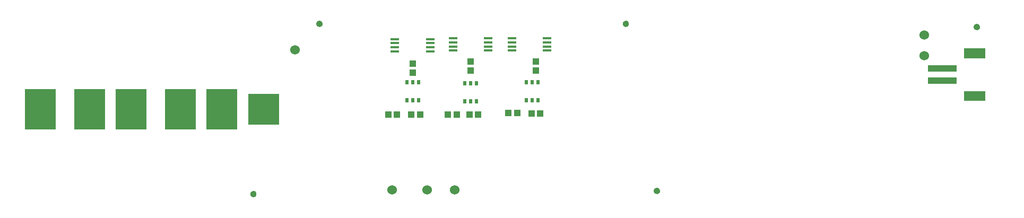
<source format=gtp>
G04 Layer: TopPasteMaskLayer*
G04 EasyEDA v6.4.19.5, 2021-06-29T13:46:12+12:00*
G04 3cc3b40c68de4bce97ec9925422c83c7,12af84a47dbc45c89479b689871b34a7,10*
G04 Gerber Generator version 0.2*
G04 Scale: 100 percent, Rotated: No, Reflected: No *
G04 Dimensions in millimeters *
G04 leading zeros omitted , absolute positions ,4 integer and 5 decimal *
%FSLAX45Y45*%
%MOMM*%

%ADD16R,5.0000X6.4000*%
%ADD17R,5.0000X5.0000*%
%ADD18C,1.5240*%
%ADD19R,1.0000X1.1000*%
%ADD20R,0.5105X0.8001*%
%ADD21R,1.4500X0.3500*%
%ADD22R,1.1000X1.0000*%
%ADD23R,4.5999X1.0008*%

%LPD*%
D16*
G01*
X265671Y-1503984D03*
G01*
X1713471Y-1502587D03*
G01*
X1053071Y-1502587D03*
G01*
X2500871Y-1502587D03*
G01*
X3161271Y-1502587D03*
D17*
G01*
X3835463Y-1507997D03*
G36*
X10059162Y-2806700D02*
G01*
X10059543Y-2800680D01*
X10060635Y-2794736D01*
X10062413Y-2788970D01*
X10064902Y-2783459D01*
X10068026Y-2778302D01*
X10071735Y-2773553D01*
X10076002Y-2769285D01*
X10080777Y-2765552D01*
X10085933Y-2762427D01*
X10091445Y-2759963D01*
X10097211Y-2758160D01*
X10103154Y-2757068D01*
X10109174Y-2756712D01*
X10115194Y-2757068D01*
X10121137Y-2758160D01*
X10126903Y-2759963D01*
X10132415Y-2762427D01*
X10137571Y-2765552D01*
X10142321Y-2769285D01*
X10146588Y-2773553D01*
X10150322Y-2778302D01*
X10153446Y-2783459D01*
X10155910Y-2788970D01*
X10157714Y-2794736D01*
X10158806Y-2800680D01*
X10159161Y-2806700D01*
X10158806Y-2812719D01*
X10157714Y-2818663D01*
X10155910Y-2824429D01*
X10153446Y-2829940D01*
X10150322Y-2835097D01*
X10146588Y-2839846D01*
X10142321Y-2844139D01*
X10137571Y-2847847D01*
X10132415Y-2850972D01*
X10126903Y-2853461D01*
X10121137Y-2855239D01*
X10115194Y-2856331D01*
X10109174Y-2856712D01*
X10103154Y-2856331D01*
X10097211Y-2855239D01*
X10091445Y-2853461D01*
X10085933Y-2850972D01*
X10080777Y-2847847D01*
X10076002Y-2844139D01*
X10071735Y-2839846D01*
X10068026Y-2835097D01*
X10064902Y-2829940D01*
X10062413Y-2824429D01*
X10060635Y-2818663D01*
X10059543Y-2812719D01*
G37*
G36*
X4674374Y-139700D02*
G01*
X4674755Y-133680D01*
X4675847Y-127736D01*
X4677625Y-121970D01*
X4680115Y-116459D01*
X4683239Y-111302D01*
X4686947Y-106553D01*
X4691214Y-102285D01*
X4695990Y-98552D01*
X4701146Y-95427D01*
X4706658Y-92963D01*
X4712423Y-91160D01*
X4718367Y-90068D01*
X4724387Y-89712D01*
X4730407Y-90068D01*
X4736350Y-91160D01*
X4742116Y-92963D01*
X4747628Y-95427D01*
X4752784Y-98552D01*
X4757534Y-102285D01*
X4761801Y-106553D01*
X4765535Y-111302D01*
X4768659Y-116459D01*
X4771123Y-121970D01*
X4772926Y-127736D01*
X4774018Y-133680D01*
X4774374Y-139700D01*
X4774018Y-145719D01*
X4772926Y-151663D01*
X4771123Y-157429D01*
X4768659Y-162940D01*
X4765535Y-168097D01*
X4761801Y-172846D01*
X4757534Y-177139D01*
X4752784Y-180847D01*
X4747628Y-183972D01*
X4742116Y-186461D01*
X4736350Y-188239D01*
X4730407Y-189331D01*
X4724387Y-189712D01*
X4718367Y-189331D01*
X4712423Y-188239D01*
X4706658Y-186461D01*
X4701146Y-183972D01*
X4695990Y-180847D01*
X4691214Y-177139D01*
X4686947Y-172846D01*
X4683239Y-168097D01*
X4680115Y-162940D01*
X4677625Y-157429D01*
X4675847Y-151663D01*
X4674755Y-145719D01*
G37*
G36*
X15164574Y-190500D02*
G01*
X15164955Y-184480D01*
X15166047Y-178536D01*
X15167825Y-172770D01*
X15170315Y-167259D01*
X15173439Y-162102D01*
X15177147Y-157353D01*
X15181414Y-153085D01*
X15186190Y-149352D01*
X15191346Y-146227D01*
X15196858Y-143763D01*
X15202623Y-141960D01*
X15208567Y-140868D01*
X15214587Y-140512D01*
X15220607Y-140868D01*
X15226550Y-141960D01*
X15232316Y-143763D01*
X15237828Y-146227D01*
X15242984Y-149352D01*
X15247734Y-153085D01*
X15252001Y-157353D01*
X15255735Y-162102D01*
X15258859Y-167259D01*
X15261323Y-172770D01*
X15263126Y-178536D01*
X15264218Y-184480D01*
X15264574Y-190500D01*
X15264218Y-196519D01*
X15263126Y-202463D01*
X15261323Y-208229D01*
X15258859Y-213740D01*
X15255735Y-218897D01*
X15252001Y-223646D01*
X15247734Y-227939D01*
X15242984Y-231647D01*
X15237828Y-234772D01*
X15232316Y-237261D01*
X15226550Y-239039D01*
X15220607Y-240131D01*
X15214587Y-240512D01*
X15208567Y-240131D01*
X15202623Y-239039D01*
X15196858Y-237261D01*
X15191346Y-234772D01*
X15186190Y-231647D01*
X15181414Y-227939D01*
X15177147Y-223646D01*
X15173439Y-218897D01*
X15170315Y-213740D01*
X15167825Y-208229D01*
X15166047Y-202463D01*
X15164955Y-196519D01*
G37*
G36*
X3620274Y-2857500D02*
G01*
X3620655Y-2851480D01*
X3621747Y-2845536D01*
X3623525Y-2839770D01*
X3626015Y-2834259D01*
X3629139Y-2829102D01*
X3632847Y-2824353D01*
X3637114Y-2820085D01*
X3641890Y-2816352D01*
X3647046Y-2813227D01*
X3652558Y-2810763D01*
X3658323Y-2808960D01*
X3664267Y-2807868D01*
X3670287Y-2807512D01*
X3676307Y-2807868D01*
X3682250Y-2808960D01*
X3688016Y-2810763D01*
X3693528Y-2813227D01*
X3698684Y-2816352D01*
X3703434Y-2820085D01*
X3707701Y-2824353D01*
X3711435Y-2829102D01*
X3714559Y-2834259D01*
X3717023Y-2839770D01*
X3718826Y-2845536D01*
X3719918Y-2851480D01*
X3720274Y-2857500D01*
X3719918Y-2863519D01*
X3718826Y-2869463D01*
X3717023Y-2875229D01*
X3714559Y-2880740D01*
X3711435Y-2885897D01*
X3707701Y-2890646D01*
X3703434Y-2894939D01*
X3698684Y-2898647D01*
X3693528Y-2901772D01*
X3688016Y-2904261D01*
X3682250Y-2906039D01*
X3676307Y-2907131D01*
X3670287Y-2907512D01*
X3664267Y-2907131D01*
X3658323Y-2906039D01*
X3652558Y-2904261D01*
X3647046Y-2901772D01*
X3641890Y-2898647D01*
X3637114Y-2894939D01*
X3632847Y-2890646D01*
X3629139Y-2885897D01*
X3626015Y-2880740D01*
X3623525Y-2875229D01*
X3621747Y-2869463D01*
X3620655Y-2863519D01*
G37*
G36*
X9563849Y-139700D02*
G01*
X9564230Y-133680D01*
X9565322Y-127736D01*
X9567100Y-121970D01*
X9569589Y-116459D01*
X9572713Y-111302D01*
X9576422Y-106553D01*
X9580689Y-102285D01*
X9585464Y-98552D01*
X9590620Y-95427D01*
X9596132Y-92963D01*
X9601898Y-91160D01*
X9607842Y-90068D01*
X9613861Y-89712D01*
X9619881Y-90068D01*
X9625825Y-91160D01*
X9631591Y-92963D01*
X9637102Y-95427D01*
X9642259Y-98552D01*
X9647008Y-102285D01*
X9651276Y-106553D01*
X9655009Y-111302D01*
X9658134Y-116459D01*
X9660597Y-121970D01*
X9662401Y-127736D01*
X9663493Y-133680D01*
X9663849Y-139700D01*
X9663493Y-145719D01*
X9662401Y-151663D01*
X9660597Y-157429D01*
X9658134Y-162940D01*
X9655009Y-168097D01*
X9651276Y-172846D01*
X9647008Y-177139D01*
X9642259Y-180847D01*
X9637102Y-183972D01*
X9631591Y-186461D01*
X9625825Y-188239D01*
X9619881Y-189331D01*
X9613861Y-189712D01*
X9607842Y-189331D01*
X9601898Y-188239D01*
X9596132Y-186461D01*
X9590620Y-183972D01*
X9585464Y-180847D01*
X9580689Y-177139D01*
X9576422Y-172846D01*
X9572713Y-168097D01*
X9569589Y-162940D01*
X9567100Y-157429D01*
X9565322Y-151663D01*
X9564230Y-145719D01*
G37*
D18*
G01*
X6438912Y-2794000D03*
G01*
X6883412Y-2794000D03*
D19*
G01*
X7258215Y-1587500D03*
G01*
X7118210Y-1587500D03*
G01*
X8248815Y-1574800D03*
G01*
X8108810Y-1574800D03*
D20*
G01*
X7043432Y-1376679D03*
G01*
X7137387Y-1376679D03*
G01*
X7231392Y-1376679D03*
G01*
X7231392Y-1087120D03*
G01*
X7137387Y-1087120D03*
G01*
X7043432Y-1087120D03*
D21*
G01*
X6854913Y-372389D03*
G01*
X6854913Y-437413D03*
G01*
X6854913Y-502386D03*
G01*
X6854913Y-567410D03*
G01*
X7419911Y-567410D03*
G01*
X7419911Y-502386D03*
G01*
X7419911Y-437413D03*
G01*
X7419911Y-372389D03*
D20*
G01*
X8021332Y-1363979D03*
G01*
X8115287Y-1363979D03*
G01*
X8209292Y-1363979D03*
G01*
X8209292Y-1074420D03*
G01*
X8115287Y-1074420D03*
G01*
X8021332Y-1074420D03*
D21*
G01*
X7794713Y-372389D03*
G01*
X7794713Y-437413D03*
G01*
X7794713Y-502386D03*
G01*
X7794713Y-567410D03*
G01*
X8359711Y-567410D03*
G01*
X8359711Y-502386D03*
G01*
X8359711Y-437413D03*
G01*
X8359711Y-372389D03*
D19*
G01*
X6915315Y-1587500D03*
G01*
X6775310Y-1587500D03*
D22*
G01*
X7137387Y-742797D03*
G01*
X7137387Y-882802D03*
D19*
G01*
X7880515Y-1562100D03*
G01*
X7740510Y-1562100D03*
D22*
G01*
X8178787Y-742797D03*
G01*
X8178787Y-882802D03*
D18*
G01*
X14376412Y-317500D03*
G01*
X14376412Y-647700D03*
G01*
X5880112Y-2794000D03*
G01*
X4330712Y-558800D03*
D23*
G01*
X14662137Y-853439D03*
G01*
X14662137Y-1051560D03*
G36*
X15012796Y-532129D02*
G01*
X15352903Y-532129D01*
X15352903Y-692150D01*
X15012796Y-692150D01*
G37*
G36*
X15012796Y-1212850D02*
G01*
X15352903Y-1212850D01*
X15352903Y-1372870D01*
X15012796Y-1372870D01*
G37*
D20*
G01*
X6116332Y-1363979D03*
G01*
X6210287Y-1363979D03*
G01*
X6304292Y-1363979D03*
G01*
X6304292Y-1074420D03*
G01*
X6210287Y-1074420D03*
G01*
X6116332Y-1074420D03*
D19*
G01*
X6331115Y-1587500D03*
G01*
X6191110Y-1587500D03*
G01*
X5962815Y-1587500D03*
G01*
X5822810Y-1587500D03*
D22*
G01*
X6210287Y-780897D03*
G01*
X6210287Y-920902D03*
D21*
G01*
X5927813Y-385089D03*
G01*
X5927813Y-450113D03*
G01*
X5927813Y-515086D03*
G01*
X5927813Y-580110D03*
G01*
X6492811Y-580110D03*
G01*
X6492811Y-515086D03*
G01*
X6492811Y-450113D03*
G01*
X6492786Y-385089D03*
M02*

</source>
